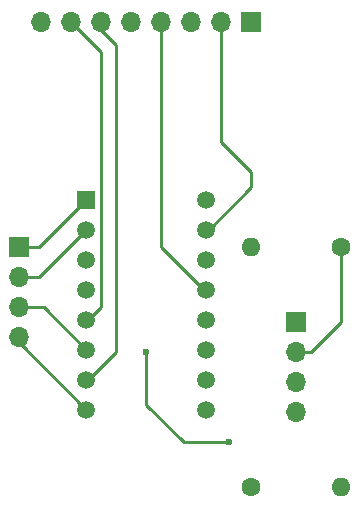
<source format=gbr>
G04 #@! TF.FileFunction,Copper,L1,Top,Signal*
%FSLAX46Y46*%
G04 Gerber Fmt 4.6, Leading zero omitted, Abs format (unit mm)*
G04 Created by KiCad (PCBNEW 4.0.7) date Sun Feb  4 20:13:57 2018*
%MOMM*%
%LPD*%
G01*
G04 APERTURE LIST*
%ADD10C,0.100000*%
%ADD11R,1.500000X1.500000*%
%ADD12C,1.500000*%
%ADD13R,1.700000X1.700000*%
%ADD14O,1.700000X1.700000*%
%ADD15C,1.600000*%
%ADD16O,1.600000X1.600000*%
%ADD17C,0.600000*%
%ADD18C,0.250000*%
G04 APERTURE END LIST*
D10*
D11*
X167017700Y-107099100D03*
D12*
X167017700Y-109639100D03*
X167017700Y-112179100D03*
X167017700Y-114719100D03*
X167017700Y-117259100D03*
X167017700Y-119799100D03*
X167017700Y-122339100D03*
X167017700Y-124879100D03*
X177177700Y-124879100D03*
X177177700Y-122339100D03*
X177177700Y-119799100D03*
X177177700Y-117259100D03*
X177177700Y-114719100D03*
X177177700Y-112179100D03*
X177177700Y-109639100D03*
X177177700Y-107099100D03*
D13*
X180975000Y-92075000D03*
D14*
X178435000Y-92075000D03*
X175895000Y-92075000D03*
X173355000Y-92075000D03*
X170815000Y-92075000D03*
X168275000Y-92075000D03*
X165735000Y-92075000D03*
X163195000Y-92075000D03*
D13*
X161290000Y-111125000D03*
D14*
X161290000Y-113665000D03*
X161290000Y-116205000D03*
X161290000Y-118745000D03*
D13*
X184785000Y-117475000D03*
D14*
X184785000Y-120015000D03*
X184785000Y-122555000D03*
X184785000Y-125095000D03*
D15*
X180975000Y-131445000D03*
D16*
X188595000Y-131445000D03*
D15*
X188595000Y-111125000D03*
D16*
X180975000Y-111125000D03*
D17*
X172085000Y-120015000D03*
X179070000Y-127635000D03*
D18*
X178435000Y-92075000D02*
X178435000Y-102235000D01*
X180975000Y-104775000D02*
X178435000Y-102235000D01*
X180975000Y-106045000D02*
X177380900Y-109639100D01*
X180975000Y-106045000D02*
X180975000Y-104775000D01*
X177177700Y-109639100D02*
X177380900Y-109639100D01*
X177177700Y-114719100D02*
X176949100Y-114719100D01*
X176949100Y-114719100D02*
X173355000Y-111125000D01*
X173355000Y-111125000D02*
X173355000Y-92075000D01*
X167017700Y-122339100D02*
X167005000Y-122555000D01*
X167005000Y-122555000D02*
X169545000Y-120015000D01*
X169545000Y-120015000D02*
X169545000Y-93980000D01*
X169545000Y-93980000D02*
X168275000Y-92710000D01*
X168275000Y-92710000D02*
X168275000Y-92075000D01*
X165735000Y-92075000D02*
X168275000Y-94615000D01*
X168275000Y-94615000D02*
X168275000Y-116205000D01*
X168275000Y-116205000D02*
X167005000Y-117475000D01*
X167005000Y-117475000D02*
X167017700Y-117259100D01*
X167017700Y-117259100D02*
X167220900Y-117259100D01*
X161290000Y-111125000D02*
X162991800Y-111125000D01*
X162991800Y-111125000D02*
X167017700Y-107099100D01*
X161290000Y-113665000D02*
X162991800Y-113665000D01*
X162991800Y-113665000D02*
X167017700Y-109639100D01*
X161290000Y-116205000D02*
X163423600Y-116205000D01*
X163423600Y-116205000D02*
X167017700Y-119799100D01*
X161290000Y-118745000D02*
X161290000Y-119151400D01*
X161290000Y-119151400D02*
X167017700Y-124879100D01*
X172085000Y-124460000D02*
X172085000Y-120015000D01*
X175260000Y-127635000D02*
X172085000Y-124460000D01*
X179070000Y-127635000D02*
X175260000Y-127635000D01*
X184785000Y-120015000D02*
X186055000Y-120015000D01*
X188595000Y-117475000D02*
X188595000Y-111125000D01*
X186055000Y-120015000D02*
X188595000Y-117475000D01*
M02*

</source>
